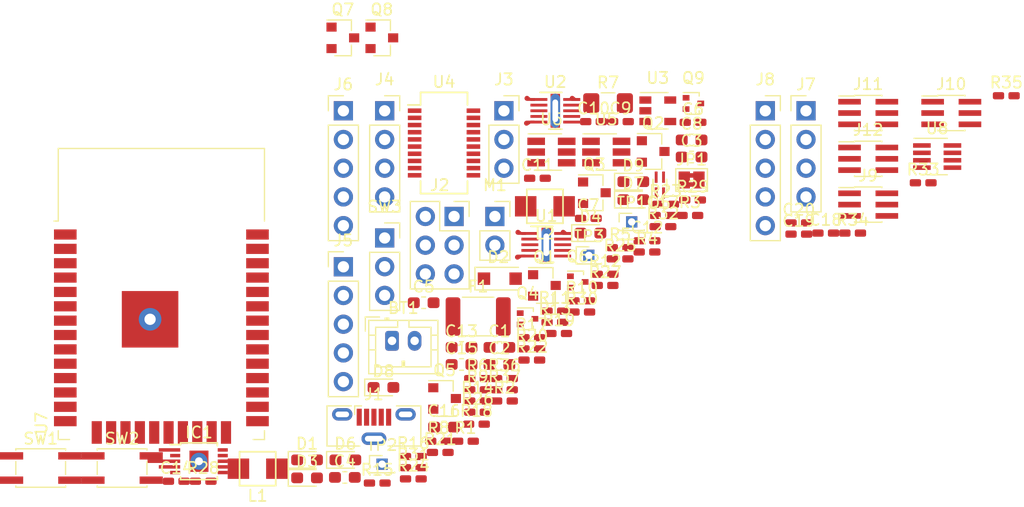
<source format=kicad_pcb>
(kicad_pcb (version 20171130) (host pcbnew "(5.0.2)-1")
  (layers (0 F.Cu signal) (31 B.Cu signal) (34 B.Paste user) (35 F.Paste user) (36 B.SilkS user) (37 F.SilkS user) (38 B.Mask user) (39 F.Mask user) (44 Edge.Cuts user))
  (net 0 "")
  (net 1 VBAT)
  (net 2 -BATT)
  (net 3 +BATT)
  (net 4 GND)
  (net 5 VBUS)
  (net 6 GNDD)
  (net 7 +5V)
  (net 8 +3V3)
  (net 9 ADC1_Batt)
  (net 10 "Net-(C11-Pad1)")
  (net 11 MD_VM)
  (net 12 EN)
  (net 13 "Net-(C19-Pad1)")
  (net 14 "Net-(C19-Pad2)")
  (net 15 "Net-(D1-Pad1)")
  (net 16 "Net-(D2-Pad1)")
  (net 17 "Net-(D3-Pad1)")
  (net 18 "Net-(D4-Pad1)")
  (net 19 "Net-(D5-Pad2)")
  (net 20 "Net-(D5-Pad4)")
  (net 21 "Net-(D5-Pad3)")
  (net 22 "Net-(D6-Pad1)")
  (net 23 "Net-(D7-Pad1)")
  (net 24 "Net-(D8-Pad1)")
  (net 25 "Net-(D9-Pad1)")
  (net 26 "Net-(F1-Pad2)")
  (net 27 "Net-(IC1-Pad3)")
  (net 28 I2C_SDA_5V)
  (net 29 "Net-(IC1-Pad1)")
  (net 30 FAULTn)
  (net 31 D+)
  (net 32 D-)
  (net 33 PWM0)
  (net 34 PWM1)
  (net 35 GPIO_5)
  (net 36 GPIO_18)
  (net 37 GPIO_19)
  (net 38 ESP32_RX)
  (net 39 ESP32_TX)
  (net 40 LED_RIGHT)
  (net 41 LED_BRAKE)
  (net 42 LED_LEFT)
  (net 43 I2C_SCL)
  (net 44 I2C_SDA)
  (net 45 SPI_CLK)
  (net 46 SPI_MOSI)
  (net 47 SPI_MISO)
  (net 48 "Net-(L1-Pad2)")
  (net 49 "Net-(L1-Pad1)")
  (net 50 "Net-(L2-Pad1)")
  (net 51 "Net-(L2-Pad2)")
  (net 52 RTS)
  (net 53 "Net-(Q1-Pad1)")
  (net 54 IO0)
  (net 55 DTR)
  (net 56 "Net-(Q2-Pad1)")
  (net 57 "Net-(Q4-Pad3)")
  (net 58 "Net-(Q5-Pad1)")
  (net 59 "Net-(Q6-Pad3)")
  (net 60 "Net-(Q9-Pad3)")
  (net 61 "Net-(R1-Pad1)")
  (net 62 "Net-(R7-Pad2)")
  (net 63 "Net-(R8-Pad2)")
  (net 64 UART_RX)
  (net 65 "Net-(R9-Pad1)")
  (net 66 "Net-(R11-Pad2)")
  (net 67 CBUS2)
  (net 68 CBUS1)
  (net 69 STAT)
  (net 70 "Net-(R32-Pad2)")
  (net 71 "Net-(R37-Pad2)")
  (net 72 UART_TX)
  (net 73 OC)
  (net 74 OD)
  (net 75 I2C_SCL_5V)
  (module Connector_JST:JST_PH_B2B-PH-K_1x02_P2.00mm_Vertical (layer F.Cu) (at 128.475001 109.975001)
    (fp_text reference BT1 (at 1 -2.9) (layer F.SilkS))
    (fp_text value LiPo)
    (pad 1 thru_hole roundrect (at 0 0) (size 1.2 1.75) (drill 0.75) (layers *.Cu *.Mask) (roundrect_rratio 0.208333) (net 1 VBAT))
    (pad 2 thru_hole oval (at 2 0) (size 1.2 1.75) (drill 0.75) (layers *.Cu *.Mask) (net 2 -BATT))
  )
  (module Capacitor_SMD:C_0603_1608Metric_Pad1.05x0.95mm_HandSolder (layer F.Cu) (at 137.975001 110.555001)
    (fp_text reference C1 (at 0 -1.43) (layer F.SilkS))
    (fp_text value 10u)
    (pad 1 smd roundrect (at -0.875 0) (size 1.05 0.95) (layers F.Cu F.Paste F.Mask) (net 3 +BATT))
    (pad 2 smd roundrect (at 0.875 0) (size 1.05 0.95) (layers F.Cu F.Paste F.Mask) (net 4 GND))
  )
  (module Capacitor_SMD:C_0603_1608Metric_Pad1.05x0.95mm_HandSolder (layer F.Cu) (at 137.975001 112.065001)
    (fp_text reference C2 (at 0 -1.43) (layer F.SilkS))
    (fp_text value 10u)
    (pad 1 smd roundrect (at -0.875 0) (size 1.05 0.95) (layers F.Cu F.Paste F.Mask) (net 3 +BATT))
    (pad 2 smd roundrect (at 0.875 0) (size 1.05 0.95) (layers F.Cu F.Paste F.Mask) (net 4 GND))
  )
  (module Capacitor_SMD:C_0603_1608Metric_Pad1.05x0.95mm_HandSolder (layer F.Cu) (at 154.975001 93.715001)
    (fp_text reference C3 (at 0 -1.43) (layer F.SilkS))
    (fp_text value 10u)
    (pad 2 smd roundrect (at 0.875 0) (size 1.05 0.95) (layers F.Cu F.Paste F.Mask) (net 4 GND))
    (pad 1 smd roundrect (at -0.875 0) (size 1.05 0.95) (layers F.Cu F.Paste F.Mask) (net 5 VBUS))
  )
  (module Capacitor_SMD:C_0603_1608Metric_Pad1.05x0.95mm_HandSolder (layer F.Cu) (at 124.305001 122.055001)
    (fp_text reference C4 (at 0 -1.43) (layer F.SilkS))
    (fp_text value 10u)
    (pad 2 smd roundrect (at 0.875 0) (size 1.05 0.95) (layers F.Cu F.Paste F.Mask) (net 6 GNDD))
    (pad 1 smd roundrect (at -0.875 0) (size 1.05 0.95) (layers F.Cu F.Paste F.Mask) (net 7 +5V))
  )
  (module Capacitor_SMD:C_0603_1608Metric_Pad1.05x0.95mm_HandSolder (layer F.Cu) (at 131.275001 106.605001)
    (fp_text reference C5 (at 0 -1.43) (layer F.SilkS))
    (fp_text value 10u)
    (pad 2 smd roundrect (at 0.875 0) (size 1.05 0.95) (layers F.Cu F.Paste F.Mask) (net 6 GNDD))
    (pad 1 smd roundrect (at -0.875 0) (size 1.05 0.95) (layers F.Cu F.Paste F.Mask) (net 8 +3V3))
  )
  (module micelib:C_0402_1005Metric_HandSoldering (layer F.Cu) (at 155.1 90.645001)
    (fp_text reference C6 (at 0 -1.17) (layer F.SilkS))
    (fp_text value 4.7u)
    (pad 2 smd roundrect (at 0.69 0) (size 1 0.64) (layers F.Cu F.Paste F.Mask) (net 4 GND))
    (pad 1 smd roundrect (at -0.69 0) (size 1 0.64) (layers F.Cu F.Paste F.Mask) (net 1 VBAT))
  )
  (module micelib:C_0402_1005Metric_HandSoldering (layer F.Cu) (at 145.84 99.145001)
    (fp_text reference C7 (at 0 -1.17) (layer F.SilkS))
    (fp_text value 0.1u)
    (pad 1 smd roundrect (at -0.69 0) (size 1 0.64) (layers F.Cu F.Paste F.Mask) (net 8 +3V3))
    (pad 2 smd roundrect (at 0.69 0) (size 1 0.64) (layers F.Cu F.Paste F.Mask) (net 6 GNDD))
  )
  (module Capacitor_SMD:C_0603_1608Metric_Pad1.05x0.95mm_HandSolder (layer F.Cu) (at 154.975001 92.205001)
    (fp_text reference C8 (at 0 -1.43) (layer F.SilkS))
    (fp_text value 10u)
    (pad 1 smd roundrect (at -0.875 0) (size 1.05 0.95) (layers F.Cu F.Paste F.Mask) (net 7 +5V))
    (pad 2 smd roundrect (at 0.875 0) (size 1.05 0.95) (layers F.Cu F.Paste F.Mask) (net 6 GNDD))
  )
  (module micelib:C_0402_1005Metric_HandSoldering (layer F.Cu) (at 148.68 90.585001)
    (fp_text reference C9 (at 0 -1.17) (layer F.SilkS))
    (fp_text value 0.1u)
    (pad 1 smd roundrect (at -0.69 0) (size 1 0.64) (layers F.Cu F.Paste F.Mask) (net 6 GNDD))
    (pad 2 smd roundrect (at 0.69 0) (size 1 0.64) (layers F.Cu F.Paste F.Mask) (net 7 +5V))
  )
  (module micelib:C_0402_1005Metric_HandSoldering (layer F.Cu) (at 146.3 90.585001)
    (fp_text reference C10 (at 0 -1.17) (layer F.SilkS))
    (fp_text value 0.1u)
    (pad 2 smd roundrect (at 0.69 0) (size 1 0.64) (layers F.Cu F.Paste F.Mask) (net 2 -BATT))
    (pad 1 smd roundrect (at -0.69 0) (size 1 0.64) (layers F.Cu F.Paste F.Mask) (net 9 ADC1_Batt))
  )
  (module micelib:C_0402_1005Metric_HandSoldering (layer F.Cu) (at 141.34 95.595001)
    (fp_text reference C11 (at 0 -1.17) (layer F.SilkS))
    (fp_text value 0.1u)
    (pad 1 smd roundrect (at -0.69 0) (size 1 0.64) (layers F.Cu F.Paste F.Mask) (net 10 "Net-(C11-Pad1)"))
    (pad 2 smd roundrect (at 0.69 0) (size 1 0.64) (layers F.Cu F.Paste F.Mask) (net 2 -BATT))
  )
  (module micelib:C_0402_1005Metric_HandSoldering (layer F.Cu) (at 151.03 101.125001)
    (fp_text reference C12 (at 0 -1.17) (layer F.SilkS))
    (fp_text value 0.1u)
    (pad 1 smd roundrect (at -0.69 0) (size 1 0.64) (layers F.Cu F.Paste F.Mask) (net 4 GND))
    (pad 2 smd roundrect (at 0.69 0) (size 1 0.64) (layers F.Cu F.Paste F.Mask) (net 11 MD_VM))
  )
  (module Capacitor_SMD:C_0603_1608Metric_Pad1.05x0.95mm_HandSolder (layer F.Cu) (at 134.625001 110.555001)
    (fp_text reference C13 (at 0 -1.43) (layer F.SilkS))
    (fp_text value 10u)
    (pad 2 smd roundrect (at 0.875 0) (size 1.05 0.95) (layers F.Cu F.Paste F.Mask) (net 11 MD_VM))
    (pad 1 smd roundrect (at -0.875 0) (size 1.05 0.95) (layers F.Cu F.Paste F.Mask) (net 4 GND))
  )
  (module micelib:C_0402_1005Metric_HandSoldering (layer F.Cu) (at 109.39 122.395001)
    (fp_text reference C14 (at 0 -1.17) (layer F.SilkS))
    (fp_text value 0.1u)
    (pad 1 smd roundrect (at -0.69 0) (size 1 0.64) (layers F.Cu F.Paste F.Mask) (net 12 EN))
    (pad 2 smd roundrect (at 0.69 0) (size 1 0.64) (layers F.Cu F.Paste F.Mask) (net 6 GNDD))
  )
  (module Capacitor_SMD:C_0603_1608Metric_Pad1.05x0.95mm_HandSolder (layer F.Cu) (at 134.625001 112.065001)
    (fp_text reference C15 (at 0 -1.43) (layer F.SilkS))
    (fp_text value 10u)
    (pad 1 smd roundrect (at -0.875 0) (size 1.05 0.95) (layers F.Cu F.Paste F.Mask) (net 8 +3V3))
    (pad 2 smd roundrect (at 0.875 0) (size 1.05 0.95) (layers F.Cu F.Paste F.Mask) (net 6 GNDD))
  )
  (module Capacitor_SMD:C_0603_1608Metric_Pad1.05x0.95mm_HandSolder (layer F.Cu) (at 133.075001 117.605001)
    (fp_text reference C16 (at 0 -1.43) (layer F.SilkS))
    (fp_text value 10u)
    (pad 1 smd roundrect (at -0.875 0) (size 1.05 0.95) (layers F.Cu F.Paste F.Mask) (net 4 GND))
    (pad 2 smd roundrect (at 0.875 0) (size 1.05 0.95) (layers F.Cu F.Paste F.Mask) (net 8 +3V3))
  )
  (module micelib:C_0402_1005Metric_HandSoldering (layer F.Cu) (at 152.44 98.885001)
    (fp_text reference C17 (at 0 -1.17) (layer F.SilkS))
    (fp_text value 0.1u)
    (pad 1 smd roundrect (at -0.69 0) (size 1 0.64) (layers F.Cu F.Paste F.Mask) (net 8 +3V3))
    (pad 2 smd roundrect (at 0.69 0) (size 1 0.64) (layers F.Cu F.Paste F.Mask) (net 4 GND))
  )
  (module micelib:C_0402_1005Metric_HandSoldering (layer F.Cu) (at 166.84 100.445001)
    (fp_text reference C18 (at 0 -1.17) (layer F.SilkS))
    (fp_text value 0.1u)
    (pad 1 smd roundrect (at -0.69 0) (size 1 0.64) (layers F.Cu F.Paste F.Mask) (net 8 +3V3))
    (pad 2 smd roundrect (at 0.69 0) (size 1 0.64) (layers F.Cu F.Paste F.Mask) (net 6 GNDD))
  )
  (module micelib:C_0402_1005Metric_HandSoldering (layer F.Cu) (at 164.46 100.535001)
    (fp_text reference C19 (at 0 -1.17) (layer F.SilkS))
    (fp_text value 0.1u)
    (pad 1 smd roundrect (at -0.69 0) (size 1 0.64) (layers F.Cu F.Paste F.Mask) (net 13 "Net-(C19-Pad1)"))
    (pad 2 smd roundrect (at 0.69 0) (size 1 0.64) (layers F.Cu F.Paste F.Mask) (net 14 "Net-(C19-Pad2)"))
  )
  (module micelib:C_0402_1005Metric_HandSoldering (layer F.Cu) (at 164.46 99.545001)
    (fp_text reference C20 (at 0 -1.17) (layer F.SilkS))
    (fp_text value 0.1u)
    (pad 1 smd roundrect (at -0.69 0) (size 1 0.64) (layers F.Cu F.Paste F.Mask) (net 8 +3V3))
    (pad 2 smd roundrect (at 0.69 0) (size 1 0.64) (layers F.Cu F.Paste F.Mask) (net 6 GNDD))
  )
  (module LED_SMD:LED_0603_1608Metric_Pad1.05x0.95mm_HandSolder (layer F.Cu) (at 120.960001 120.505001)
    (fp_text reference D1 (at 0 -1.43) (layer F.SilkS))
    (fp_text value LED_Brake)
    (pad 1 smd roundrect (at -0.875 0) (size 1.05 0.95) (layers F.Cu F.Paste F.Mask) (net 15 "Net-(D1-Pad1)"))
    (pad 2 smd roundrect (at 0.875 0) (size 1.05 0.95) (layers F.Cu F.Paste F.Mask) (net 8 +3V3))
  )
  (module Diode_SMD:D_SOD-123F (layer F.Cu) (at 138.010001 104.475001)
    (fp_text reference D2 (at -0.127 -1.905) (layer F.SilkS))
    (fp_text value SS2040FL)
    (pad 1 smd rect (at -1.4 0) (size 1.1 1.1) (layers F.Cu F.Paste F.Mask) (net 16 "Net-(D2-Pad1)"))
    (pad 2 smd rect (at 1.4 0) (size 1.1 1.1) (layers F.Cu F.Paste F.Mask) (net 5 VBUS))
  )
  (module LED_SMD:LED_0603_1608Metric_Pad1.05x0.95mm_HandSolder (layer F.Cu) (at 120.960001 122.095001)
    (fp_text reference D3 (at 0 -1.43) (layer F.SilkS))
    (fp_text value LED_Brake)
    (pad 1 smd roundrect (at -0.875 0) (size 1.05 0.95) (layers F.Cu F.Paste F.Mask) (net 17 "Net-(D3-Pad1)"))
    (pad 2 smd roundrect (at 0.875 0) (size 1.05 0.95) (layers F.Cu F.Paste F.Mask) (net 8 +3V3))
  )
  (module LED_SMD:LED_0603_1608Metric_Pad1.05x0.95mm_HandSolder (layer F.Cu) (at 146.030001 100.445001)
    (fp_text reference D4 (at 0 -1.43) (layer F.SilkS))
    (fp_text value LED_5V)
    (pad 1 smd roundrect (at -0.875 0) (size 1.05 0.95) (layers F.Cu F.Paste F.Mask) (net 18 "Net-(D4-Pad1)"))
    (pad 2 smd roundrect (at 0.875 0) (size 1.05 0.95) (layers F.Cu F.Paste F.Mask) (net 7 +5V))
  )
  (module micelib:LTSN-B32JEGBB6 (layer F.Cu) (at 152.165001 96.2)
    (fp_text reference D5 (at 0 1.6) (layer F.SilkS))
    (fp_text value LTSN-B32JEGBB6)
    (pad 1 smd rect (at -0.325 -0.325) (size 0.25 1) (drill (offset 0 -0.375)) (layers F.Cu F.Paste F.Mask) (net 8 +3V3))
    (pad 2 smd rect (at -0.325 0.325) (size 0.25 1) (drill (offset 0 0.375)) (layers F.Cu F.Paste F.Mask) (net 19 "Net-(D5-Pad2)"))
    (pad 4 smd rect (at 0.325 -0.325) (size 0.25 1) (drill (offset 0 -0.375)) (layers F.Cu F.Paste F.Mask) (net 20 "Net-(D5-Pad4)"))
    (pad 3 smd rect (at 0.325 0.325) (size 0.25 1) (drill (offset 0 0.375)) (layers F.Cu F.Paste F.Mask) (net 21 "Net-(D5-Pad3)"))
  )
  (module LED_SMD:LED_0603_1608Metric_Pad1.05x0.95mm_HandSolder (layer F.Cu) (at 124.350001 120.505001)
    (fp_text reference D6 (at 0 -1.43) (layer F.SilkS))
    (fp_text value LED_Right)
    (pad 2 smd roundrect (at 0.875 0) (size 1.05 0.95) (layers F.Cu F.Paste F.Mask) (net 8 +3V3))
    (pad 1 smd roundrect (at -0.875 0) (size 1.05 0.95) (layers F.Cu F.Paste F.Mask) (net 22 "Net-(D6-Pad1)"))
  )
  (module LED_SMD:LED_0603_1608Metric_Pad1.05x0.95mm_HandSolder (layer F.Cu) (at 149.820001 97.485001)
    (fp_text reference D7 (at 0 -1.43) (layer F.SilkS))
    (fp_text value LED_MD)
    (pad 2 smd roundrect (at 0.875 0) (size 1.05 0.95) (layers F.Cu F.Paste F.Mask) (net 7 +5V))
    (pad 1 smd roundrect (at -0.875 0) (size 1.05 0.95) (layers F.Cu F.Paste F.Mask) (net 23 "Net-(D7-Pad1)"))
  )
  (module LED_SMD:LED_0603_1608Metric_Pad1.05x0.95mm_HandSolder (layer F.Cu) (at 127.720001 114.095001)
    (fp_text reference D8 (at 0 -1.43) (layer F.SilkS))
    (fp_text value LED_Charge)
    (pad 1 smd roundrect (at -0.875 0) (size 1.05 0.95) (layers F.Cu F.Paste F.Mask) (net 24 "Net-(D8-Pad1)"))
    (pad 2 smd roundrect (at 0.875 0) (size 1.05 0.95) (layers F.Cu F.Paste F.Mask) (net 5 VBUS))
  )
  (module LED_SMD:LED_0603_1608Metric_Pad1.05x0.95mm_HandSolder (layer F.Cu) (at 149.820001 95.895001)
    (fp_text reference D9 (at 0 -1.43) (layer F.SilkS))
    (fp_text value LED_Left)
    (pad 2 smd roundrect (at 0.875 0) (size 1.05 0.95) (layers F.Cu F.Paste F.Mask) (net 8 +3V3))
    (pad 1 smd roundrect (at -0.875 0) (size 1.05 0.95) (layers F.Cu F.Paste F.Mask) (net 25 "Net-(D9-Pad1)"))
  )
  (module Resistor_SMD:R_1812_4532Metric_Pad1.30x3.40mm_HandSolder (layer F.Cu) (at 136.095001 107.825001)
    (fp_text reference F1 (at 0 -2.65) (layer F.SilkS))
    (fp_text value SMD1812P125TS)
    (pad 1 smd roundrect (at -2.225 0) (size 1.3 3.4) (layers F.Cu F.Paste F.Mask) (roundrect_rratio 0.192308) (net 16 "Net-(D2-Pad1)"))
    (pad 2 smd roundrect (at 2.225 0) (size 1.3 3.4) (layers F.Cu F.Paste F.Mask) (roundrect_rratio 0.192308) (net 26 "Net-(F1-Pad2)"))
  )
  (module Connector_USB:USB_Micro-B_Molex-105133-0001 (layer F.Cu) (at 126.875001 117.555001)
    (fp_text reference J1 (at 0 -2.85) (layer F.SilkS))
    (fp_text value USB_B_Micro)
    (pad 3 smd rect (at 0 -0.825) (size 0.45 1.5) (layers F.Cu F.Paste F.Mask) (net 31 D+))
    (pad 4 smd rect (at 0.65 -0.825) (size 0.45 1.5) (layers F.Cu F.Paste F.Mask))
    (pad 2 smd rect (at -0.65 -0.825) (size 0.45 1.5) (layers F.Cu F.Paste F.Mask) (net 32 D-))
    (pad 5 smd rect (at 1.3 -0.825) (size 0.45 1.5) (layers F.Cu F.Paste F.Mask) (net 4 GND))
    (pad 1 smd rect (at -1.3 -0.825) (size 0.45 1.5) (layers F.Cu F.Paste F.Mask) (net 5 VBUS))
    (pad 6 thru_hole oval (at -2.8 -1.075) (size 1.8 1.1) (drill oval 1.2 0.5) (layers *.Cu *.Mask) (net 4 GND))
    (pad 6 thru_hole oval (at 2.8 -1.075) (size 1.8 1.1) (drill oval 1.2 0.5) (layers *.Cu *.Mask) (net 4 GND))
    (pad 6 thru_hole oval (at 0 1.075) (size 2.2 1.1) (drill oval 1.6 0.5) (layers *.Cu *.Mask) (net 4 GND))
  )
  (module Connector_PinSocket_2.54mm:PinSocket_2x03_P2.54mm_Vertical (layer F.Cu) (at 133.965001 98.975001)
    (fp_text reference J2 (at -1.27 -2.77) (layer F.SilkS))
    (fp_text value Conn_PWM)
    (pad 1 thru_hole rect (at 0 0) (size 1.7 1.7) (drill 1) (layers *.Cu *.Mask) (net 33 PWM0))
    (pad 2 thru_hole oval (at -2.54 0) (size 1.7 1.7) (drill 1) (layers *.Cu *.Mask) (net 34 PWM1))
    (pad 3 thru_hole oval (at 0 2.54) (size 1.7 1.7) (drill 1) (layers *.Cu *.Mask) (net 7 +5V))
    (pad 4 thru_hole oval (at -2.54 2.54) (size 1.7 1.7) (drill 1) (layers *.Cu *.Mask) (net 7 +5V))
    (pad 5 thru_hole oval (at 0 5.08) (size 1.7 1.7) (drill 1) (layers *.Cu *.Mask) (net 6 GNDD))
    (pad 6 thru_hole oval (at -2.54 5.08) (size 1.7 1.7) (drill 1) (layers *.Cu *.Mask) (net 6 GNDD))
  )
  (module Connector_PinSocket_2.54mm:PinSocket_1x03_P2.54mm_Vertical (layer F.Cu) (at 138.375001 89.625001)
    (fp_text reference J3 (at 0 -2.77) (layer F.SilkS))
    (fp_text value Conn_GPIO)
    (pad 1 thru_hole rect (at 0 0) (size 1.7 1.7) (drill 1) (layers *.Cu *.Mask) (net 35 GPIO_5))
    (pad 2 thru_hole oval (at 0 2.54) (size 1.7 1.7) (drill 1) (layers *.Cu *.Mask) (net 36 GPIO_18))
    (pad 3 thru_hole oval (at 0 5.08) (size 1.7 1.7) (drill 1) (layers *.Cu *.Mask) (net 37 GPIO_19))
  )
  (module Connector_PinSocket_2.54mm:PinSocket_1x04_P2.54mm_Vertical (layer F.Cu) (at 127.825001 89.625001)
    (fp_text reference J4 (at 0 -2.77) (layer F.SilkS))
    (fp_text value Conn_M5StickV)
    (pad 1 thru_hole rect (at 0 0) (size 1.7 1.7) (drill 1) (layers *.Cu *.Mask) (net 6 GNDD))
    (pad 2 thru_hole oval (at 0 2.54) (size 1.7 1.7) (drill 1) (layers *.Cu *.Mask) (net 7 +5V))
    (pad 3 thru_hole oval (at 0 5.08) (size 1.7 1.7) (drill 1) (layers *.Cu *.Mask) (net 38 ESP32_RX))
    (pad 4 thru_hole oval (at 0 7.62) (size 1.7 1.7) (drill 1) (layers *.Cu *.Mask) (net 39 ESP32_TX))
  )
  (module Connector_PinHeader_2.54mm:PinHeader_1x05_P2.54mm_Vertical (layer F.Cu) (at 124.175001 103.425001)
    (fp_text reference J5 (at 0 -2.33) (layer F.SilkS))
    (fp_text value Conn_Tale)
    (pad 5 thru_hole oval (at 0 10.16) (size 1.7 1.7) (drill 1) (layers *.Cu *.Mask) (net 6 GNDD))
    (pad 4 thru_hole oval (at 0 7.62) (size 1.7 1.7) (drill 1) (layers *.Cu *.Mask) (net 8 +3V3))
    (pad 3 thru_hole oval (at 0 5.08) (size 1.7 1.7) (drill 1) (layers *.Cu *.Mask) (net 40 LED_RIGHT))
    (pad 2 thru_hole oval (at 0 2.54) (size 1.7 1.7) (drill 1) (layers *.Cu *.Mask) (net 41 LED_BRAKE))
    (pad 1 thru_hole rect (at 0 0) (size 1.7 1.7) (drill 1) (layers *.Cu *.Mask) (net 42 LED_LEFT))
  )
  (module Connector_PinHeader_2.54mm:PinHeader_1x05_P2.54mm_Vertical (layer F.Cu) (at 124.175001 89.625001)
    (fp_text reference J6 (at 0 -2.33) (layer F.SilkS))
    (fp_text value Conn_Tale)
    (pad 1 thru_hole rect (at 0 0) (size 1.7 1.7) (drill 1) (layers *.Cu *.Mask) (net 42 LED_LEFT))
    (pad 2 thru_hole oval (at 0 2.54) (size 1.7 1.7) (drill 1) (layers *.Cu *.Mask) (net 41 LED_BRAKE))
    (pad 3 thru_hole oval (at 0 5.08) (size 1.7 1.7) (drill 1) (layers *.Cu *.Mask) (net 40 LED_RIGHT))
    (pad 4 thru_hole oval (at 0 7.62) (size 1.7 1.7) (drill 1) (layers *.Cu *.Mask) (net 8 +3V3))
    (pad 5 thru_hole oval (at 0 10.16) (size 1.7 1.7) (drill 1) (layers *.Cu *.Mask) (net 6 GNDD))
  )
  (module Connector_PinHeader_2.54mm:PinHeader_1x04_P2.54mm_Vertical (layer F.Cu) (at 165.095001 89.625001)
    (fp_text reference J7 (at 0 -2.33) (layer F.SilkS))
    (fp_text value Conn_I2C)
    (pad 1 thru_hole rect (at 0 0) (size 1.7 1.7) (drill 1) (layers *.Cu *.Mask) (net 43 I2C_SCL))
    (pad 2 thru_hole oval (at 0 2.54) (size 1.7 1.7) (drill 1) (layers *.Cu *.Mask) (net 44 I2C_SDA))
    (pad 3 thru_hole oval (at 0 5.08) (size 1.7 1.7) (drill 1) (layers *.Cu *.Mask) (net 8 +3V3))
    (pad 4 thru_hole oval (at 0 7.62) (size 1.7 1.7) (drill 1) (layers *.Cu *.Mask) (net 6 GNDD))
  )
  (module Connector_PinSocket_2.54mm:PinSocket_1x05_P2.54mm_Vertical (layer F.Cu) (at 161.495001 89.625001)
    (fp_text reference J8 (at 0 -2.77) (layer F.SilkS))
    (fp_text value Conn_SPI)
    (pad 1 thru_hole rect (at 0 0) (size 1.7 1.7) (drill 1) (layers *.Cu *.Mask) (net 45 SPI_CLK))
    (pad 2 thru_hole oval (at 0 2.54) (size 1.7 1.7) (drill 1) (layers *.Cu *.Mask) (net 46 SPI_MOSI))
    (pad 3 thru_hole oval (at 0 5.08) (size 1.7 1.7) (drill 1) (layers *.Cu *.Mask) (net 47 SPI_MISO))
    (pad 4 thru_hole oval (at 0 7.62) (size 1.7 1.7) (drill 1) (layers *.Cu *.Mask) (net 8 +3V3))
    (pad 5 thru_hole oval (at 0 10.16) (size 1.7 1.7) (drill 1) (layers *.Cu *.Mask) (net 6 GNDD))
  )
  (module Connector_PinHeader_1.00mm:PinHeader_2x03_P1.00mm_Vertical_SMD (layer F.Cu) (at 170.595001 97.925001)
    (fp_text reference J9 (at 0 -2.56) (layer F.SilkS))
    (fp_text value Conn__I2CBridge)
    (pad 6 smd rect (at 1.65 1) (size 2 0.5) (layers F.Cu F.Paste F.Mask))
    (pad 5 smd rect (at -1.65 1) (size 2 0.5) (layers F.Cu F.Paste F.Mask))
    (pad 4 smd rect (at 1.65 0) (size 2 0.5) (layers F.Cu F.Paste F.Mask))
    (pad 3 smd rect (at -1.65 0) (size 2 0.5) (layers F.Cu F.Paste F.Mask))
    (pad 2 smd rect (at 1.65 -1) (size 2 0.5) (layers F.Cu F.Paste F.Mask) (net 44 I2C_SDA))
    (pad 1 smd rect (at -1.65 -1) (size 2 0.5) (layers F.Cu F.Paste F.Mask) (net 43 I2C_SCL))
  )
  (module Connector_PinHeader_1.00mm:PinHeader_2x03_P1.00mm_Vertical_SMD (layer F.Cu) (at 177.945001 89.825001)
    (fp_text reference J10 (at 0 -2.56) (layer F.SilkS))
    (fp_text value Conn_I2CBridge)
    (pad 1 smd rect (at -1.65 -1) (size 2 0.5) (layers F.Cu F.Paste F.Mask) (net 43 I2C_SCL))
    (pad 2 smd rect (at 1.65 -1) (size 2 0.5) (layers F.Cu F.Paste F.Mask) (net 44 I2C_SDA))
    (pad 3 smd rect (at -1.65 0) (size 2 0.5) (layers F.Cu F.Paste F.Mask))
    (pad 4 smd rect (at 1.65 0) (size 2 0.5) (layers F.Cu F.Paste F.Mask))
    (pad 5 smd rect (at -1.65 1) (size 2 0.5) (layers F.Cu F.Paste F.Mask))
    (pad 6 smd rect (at 1.65 1) (size 2 0.5) (layers F.Cu F.Paste F.Mask))
  )
  (module Connector_PinHeader_1.00mm:PinHeader_2x03_P1.00mm_Vertical_SMD (layer F.Cu) (at 170.595001 89.825001)
    (fp_text reference J11 (at 0 -2.56) (layer F.SilkS))
    (fp_text value Conn_PBridge)
    (pad 1 smd rect (at -1.65 -1) (size 2 0.5) (layers F.Cu F.Paste F.Mask) (net 6 GNDD))
    (pad 2 smd rect (at 1.65 -1) (size 2 0.5) (layers F.Cu F.Paste F.Mask) (net 5 VBUS))
    (pad 3 smd rect (at -1.65 0) (size 2 0.5) (layers F.Cu F.Paste F.Mask) (net 8 +3V3))
    (pad 4 smd rect (at 1.65 0) (size 2 0.5) (layers F.Cu F.Paste F.Mask) (net 7 +5V))
    (pad 5 smd rect (at -1.65 1) (size 2 0.5) (layers F.Cu F.Paste F.Mask) (net 9 ADC1_Batt))
    (pad 6 smd rect (at 1.65 1) (size 2 0.5) (layers F.Cu F.Paste F.Mask))
  )
  (module Connector_PinHeader_1.00mm:PinHeader_2x03_P1.00mm_Vertical_SMD (layer F.Cu) (at 170.595001 93.875001)
    (fp_text reference J12 (at 0 -2.56) (layer F.SilkS))
    (fp_text value Conn__PBridge)
    (pad 6 smd rect (at 1.65 1) (size 2 0.5) (layers F.Cu F.Paste F.Mask))
    (pad 5 smd rect (at -1.65 1) (size 2 0.5) (layers F.Cu F.Paste F.Mask) (net 9 ADC1_Batt))
    (pad 4 smd rect (at 1.65 0) (size 2 0.5) (layers F.Cu F.Paste F.Mask) (net 7 +5V))
    (pad 3 smd rect (at -1.65 0) (size 2 0.5) (layers F.Cu F.Paste F.Mask) (net 8 +3V3))
    (pad 2 smd rect (at 1.65 -1) (size 2 0.5) (layers F.Cu F.Paste F.Mask) (net 5 VBUS))
    (pad 1 smd rect (at -1.65 -1) (size 2 0.5) (layers F.Cu F.Paste F.Mask) (net 6 GNDD))
  )
  (module Jumper:SolderJumper-2_P1.3mm_Bridged2Bar_Pad1.0x1.5mm (layer F.Cu) (at 154.975001 95.745001)
    (fp_text reference JP1 (at 0 -1.8) (layer F.SilkS))
    (fp_text value Jumper)
    (pad 1 smd custom (at -0.65 0) (size 1 1.5) (layers F.Cu F.Mask) (net 4 GND) (options (clearance outline) (anchor rect)) (primitives (gr_poly (pts (xy 0.4 0.2) (xy 0.9 0.2) (xy 0.9 0.6) (xy 0.4 0.6)) (width 0)) (gr_poly (pts (xy 0.4 -0.6) (xy 0.9 -0.6) (xy 0.9 -0.2) (xy 0.4 -0.2)) (width 0))))
    (pad 2 smd rect (at 0.65 0) (size 1 1.5) (layers F.Cu F.Mask) (net 6 GNDD))
  )
  (module micelib:SPM3015-xRxM-LR (layer F.Cu) (at 116.59 121.285001)
    (fp_text reference L1 (at 0 2.4) (layer F.SilkS))
    (fp_text value 2.2u)
    (pad 2 smd rect (at 1.3 0) (size 1.9 1.8) (drill (offset 0.4 0)) (layers F.Cu F.Paste F.Mask) (net 48 "Net-(L1-Pad2)"))
    (pad 1 smd rect (at -1.3 0) (size 1.9 1.8) (drill (offset -0.4 0)) (layers F.Cu F.Paste F.Mask) (net 49 "Net-(L1-Pad1)"))
  )
  (module micelib:SPM3015-xRxM-LR (layer F.Cu) (at 142 98.075001)
    (fp_text reference L2 (at 0 2.4) (layer F.SilkS))
    (fp_text value 2.2u)
    (pad 1 smd rect (at -1.3 0) (size 1.9 1.8) (drill (offset -0.4 0)) (layers F.Cu F.Paste F.Mask) (net 50 "Net-(L2-Pad1)"))
    (pad 2 smd rect (at 1.3 0) (size 1.9 1.8) (drill (offset 0.4 0)) (layers F.Cu F.Paste F.Mask) (net 51 "Net-(L2-Pad2)"))
  )
  (module Connector_PinSocket_2.54mm:PinSocket_1x02_P2.54mm_Vertical (layer F.Cu) (at 137.575001 98.975001)
    (fp_text reference M1 (at 0 -2.77) (layer F.SilkS))
    (fp_text value M_Small)
    (pad 1 thru_hole rect (at 0 0) (size 1.7 1.7) (drill 1) (layers *.Cu *.Mask) (net 29 "Net-(IC1-Pad1)"))
    (pad 2 thru_hole oval (at 0 2.54) (size 1.7 1.7) (drill 1) (layers *.Cu *.Mask) (net 27 "Net-(IC1-Pad3)"))
  )
  (module Package_TO_SOT_SMD:SOT-23 (layer F.Cu) (at 141.955001 105.075001)
    (fp_text reference Q1 (at 0 -2.5) (layer F.SilkS))
    (fp_text value SS8050)
    (pad 3 smd rect (at 1 0) (size 0.9 0.8) (layers F.Cu F.Paste F.Mask) (net 12 EN))
    (pad 2 smd rect (at -1 0.95) (size 0.9 0.8) (layers F.Cu F.Paste F.Mask) (net 52 RTS))
    (pad 1 smd rect (at -1 -0.95) (size 0.9 0.8) (layers F.Cu F.Paste F.Mask) (net 53 "Net-(Q1-Pad1)"))
  )
  (module Package_TO_SOT_SMD:SOT-23 (layer F.Cu) (at 151.575001 93.225001)
    (fp_text reference Q2 (at 0 -2.5) (layer F.SilkS))
    (fp_text value SS8050)
    (pad 3 smd rect (at 1 0) (size 0.9 0.8) (layers F.Cu F.Paste F.Mask) (net 54 IO0))
    (pad 2 smd rect (at -1 0.95) (size 0.9 0.8) (layers F.Cu F.Paste F.Mask) (net 55 DTR))
    (pad 1 smd rect (at -1 -0.95) (size 0.9 0.8) (layers F.Cu F.Paste F.Mask) (net 56 "Net-(Q2-Pad1)"))
  )
  (module Package_TO_SOT_SMD:SOT-23 (layer F.Cu) (at 146.375001 96.875001)
    (fp_text reference Q3 (at 0 -2.5) (layer F.SilkS))
    (fp_text value IRLML6402)
    (pad 1 smd rect (at -1 -0.95) (size 0.9 0.8) (layers F.Cu F.Paste F.Mask) (net 5 VBUS))
    (pad 2 smd rect (at -1 0.95) (size 0.9 0.8) (layers F.Cu F.Paste F.Mask) (net 16 "Net-(D2-Pad1)"))
    (pad 3 smd rect (at 1 0) (size 0.9 0.8) (layers F.Cu F.Paste F.Mask) (net 1 VBAT))
  )
  (module Package_TO_SOT_SMD:SOT-416 (layer F.Cu) (at 140.465001 108.025001)
    (fp_text reference Q4 (at 0 -2.25) (layer F.SilkS))
    (fp_text value PJE260N02)
    (pad 3 smd rect (at 0.65 0) (size 0.6 0.5) (layers F.Cu F.Paste F.Mask) (net 57 "Net-(Q4-Pad3)"))
    (pad 2 smd rect (at -0.65 0.5) (size 0.6 0.5) (layers F.Cu F.Paste F.Mask) (net 6 GNDD))
    (pad 1 smd rect (at -0.65 -0.5) (size 0.6 0.5) (layers F.Cu F.Paste F.Mask) (net 41 LED_BRAKE))
  )
  (module Package_TO_SOT_SMD:SOT-23 (layer F.Cu) (at 133.125001 115.075001)
    (fp_text reference Q5 (at 0 -2.5) (layer F.SilkS))
    (fp_text value IRLML6402)
    (pad 1 smd rect (at -1 -0.95) (size 0.9 0.8) (layers F.Cu F.Paste F.Mask) (net 58 "Net-(Q5-Pad1)"))
    (pad 2 smd rect (at -1 0.95) (size 0.9 0.8) (layers F.Cu F.Paste F.Mask) (net 26 "Net-(F1-Pad2)"))
    (pad 3 smd rect (at 1 0) (size 0.9 0.8) (layers F.Cu F.Paste F.Mask) (net 3 +BATT))
  )
  (module Package_TO_SOT_SMD:SOT-416 (layer F.Cu) (at 144.905001 104.765001)
    (fp_text reference Q6 (at 0 -2.25) (layer F.SilkS))
    (fp_text value PJE260N02)
    (pad 1 smd rect (at -0.65 -0.5) (size 0.6 0.5) (layers F.Cu F.Paste F.Mask) (net 40 LED_RIGHT))
    (pad 2 smd rect (at -0.65 0.5) (size 0.6 0.5) (layers F.Cu F.Paste F.Mask) (net 6 GNDD))
    (pad 3 smd rect (at 0.65 0) (size 0.6 0.5) (layers F.Cu F.Paste F.Mask) (net 59 "Net-(Q6-Pad3)"))
  )
  (module Package_TO_SOT_SMD:SOT-416 (layer F.Cu) (at 155.135001 88.975001)
    (fp_text reference Q9 (at 0 -2.25) (layer F.SilkS))
    (fp_text value PJE260N02)
    (pad 1 smd rect (at -0.65 -0.5) (size 0.6 0.5) (layers F.Cu F.Paste F.Mask) (net 42 LED_LEFT))
    (pad 2 smd rect (at -0.65 0.5) (size 0.6 0.5) (layers F.Cu F.Paste F.Mask) (net 6 GNDD))
    (pad 3 smd rect (at 0.65 0) (size 0.6 0.5) (layers F.Cu F.Paste F.Mask) (net 60 "Net-(Q9-Pad3)"))
  )
  (module micelib:C_0402_1005Metric_HandSoldering (layer F.Cu) (at 134.97 118.855001)
    (fp_text reference R1 (at 0 -1.17) (layer F.SilkS))
    (fp_text value 10k)
    (pad 2 smd roundrect (at 0.69 0) (size 1 0.64) (layers F.Cu F.Paste F.Mask) (net 4 GND))
    (pad 1 smd roundrect (at -0.69 0) (size 1 0.64) (layers F.Cu F.Paste F.Mask) (net 61 "Net-(R1-Pad1)"))
  )
  (module micelib:C_0402_1005Metric_HandSoldering (layer F.Cu) (at 138.42 115.295001)
    (fp_text reference R2 (at 0 -1.17) (layer F.SilkS))
    (fp_text value 10k)
    (pad 2 smd roundrect (at 0.69 0) (size 1 0.64) (layers F.Cu F.Paste F.Mask) (net 9 ADC1_Batt))
    (pad 1 smd roundrect (at -0.69 0) (size 1 0.64) (layers F.Cu F.Paste F.Mask) (net 1 VBAT))
  )
  (module micelib:C_0402_1005Metric_HandSoldering (layer F.Cu) (at 154.82 98.885001)
    (fp_text reference R3 (at 0 -1.17) (layer F.SilkS))
    (fp_text value 10k)
    (pad 2 smd roundrect (at 0.69 0) (size 1 0.64) (layers F.Cu F.Paste F.Mask) (net 2 -BATT))
    (pad 1 smd roundrect (at -0.69 0) (size 1 0.64) (layers F.Cu F.Paste F.Mask) (net 9 ADC1_Batt))
  )
  (module micelib:C_0402_1005Metric_HandSoldering (layer F.Cu) (at 151.03 102.115001)
    (fp_text reference R4 (at 0 -1.17) (layer F.SilkS))
    (fp_text value 100)
    (pad 2 smd roundrect (at 0.69 0) (size 1 0.64) (layers F.Cu F.Paste F.Mask) (net 1 VBAT))
    (pad 1 smd roundrect (at -0.69 0) (size 1 0.64) (layers F.Cu F.Paste F.Mask) (net 10 "Net-(C11-Pad1)"))
  )
  (module micelib:C_0402_1005Metric_HandSoldering (layer F.Cu) (at 148.65 101.735001)
    (fp_text reference R5 (at 0 -1.17) (layer F.SilkS))
    (fp_text value 10k)
    (pad 2 smd roundrect (at 0.69 0) (size 1 0.64) (layers F.Cu F.Paste F.Mask) (net 55 DTR))
    (pad 1 smd roundrect (at -0.69 0) (size 1 0.64) (layers F.Cu F.Paste F.Mask) (net 53 "Net-(Q1-Pad1)"))
  )
  (module micelib:C_0402_1005Metric_HandSoldering (layer F.Cu) (at 136.04 113.315001)
    (fp_text reference R6 (at 0 -1.17) (layer F.SilkS))
    (fp_text value 10k)
    (pad 1 smd roundrect (at -0.69 0) (size 1 0.64) (layers F.Cu F.Paste F.Mask) (net 56 "Net-(Q2-Pad1)"))
    (pad 2 smd roundrect (at 0.69 0) (size 1 0.64) (layers F.Cu F.Paste F.Mask) (net 52 RTS))
  )
  (module Resistor_SMD:R_1206_3216Metric_Pad1.42x1.75mm_HandSolder (layer F.Cu) (at 147.585001 88.945001)
    (fp_text reference R7 (at 0 -1.82) (layer F.SilkS))
    (fp_text value 0.1)
    (pad 1 smd roundrect (at -1.4875 0) (size 1.425 1.75) (layers F.Cu F.Paste F.Mask) (roundrect_rratio 0.175439) (net 4 GND))
    (pad 2 smd roundrect (at 1.4875 0) (size 1.425 1.75) (layers F.Cu F.Paste F.Mask) (roundrect_rratio 0.175439) (net 62 "Net-(R7-Pad2)"))
  )
  (module micelib:C_0402_1005Metric_HandSoldering (layer F.Cu) (at 132.59 118.855001)
    (fp_text reference R8 (at 0 -1.17) (layer F.SilkS))
    (fp_text value 470)
    (pad 2 smd roundrect (at 0.69 0) (size 1 0.64) (layers F.Cu F.Paste F.Mask) (net 63 "Net-(R8-Pad2)"))
    (pad 1 smd roundrect (at -0.69 0) (size 1 0.64) (layers F.Cu F.Paste F.Mask) (net 64 UART_RX))
  )
  (module micelib:C_0402_1005Metric_HandSoldering (layer F.Cu) (at 136.04 114.305001)
    (fp_text reference R9 (at 0 -1.17) (layer F.SilkS))
    (fp_text value 1k)
    (pad 1 smd roundrect (at -0.69 0) (size 1 0.64) (layers F.Cu F.Paste F.Mask) (net 65 "Net-(R9-Pad1)"))
    (pad 2 smd roundrect (at 0.69 0) (size 1 0.64) (layers F.Cu F.Paste F.Mask) (net 4 GND))
  )
  (module micelib:C_0402_1005Metric_HandSoldering (layer F.Cu) (at 145.26 106.435001)
    (fp_text reference R10 (at 0 -1.17) (layer F.SilkS))
    (fp_text value 100k)
    (pad 2 smd roundrect (at 0.69 0) (size 1 0.64) (layers F.Cu F.Paste F.Mask) (net 4 GND))
    (pad 1 smd roundrect (at -0.69 0) (size 1 0.64) (layers F.Cu F.Paste F.Mask) (net 5 VBUS))
  )
  (module micelib:C_0402_1005Metric_HandSoldering (layer F.Cu) (at 142.88 107.345001)
    (fp_text reference R11 (at 0 -1.17) (layer F.SilkS))
    (fp_text value 47)
    (pad 1 smd roundrect (at -0.69 0) (size 1 0.64) (layers F.Cu F.Paste F.Mask) (net 58 "Net-(Q5-Pad1)"))
    (pad 2 smd roundrect (at 0.69 0) (size 1 0.64) (layers F.Cu F.Paste F.Mask) (net 66 "Net-(R11-Pad2)"))
  )
  (module micelib:C_0402_1005Metric_HandSoldering (layer F.Cu) (at 147.32 104.085001)
    (fp_text reference R12 (at 0 -1.17) (layer F.SilkS))
    (fp_text value 1k)
    (pad 1 smd roundrect (at -0.69 0) (size 1 0.64) (layers F.Cu F.Paste F.Mask) (net 15 "Net-(D1-Pad1)"))
    (pad 2 smd roundrect (at 0.69 0) (size 1 0.64) (layers F.Cu F.Paste F.Mask) (net 57 "Net-(Q4-Pad3)"))
  )
  (module micelib:C_0402_1005Metric_HandSoldering (layer F.Cu) (at 142.88 108.335001)
    (fp_text reference R13 (at 0 -1.17) (layer F.SilkS))
    (fp_text value 10k)
    (pad 2 smd roundrect (at 0.69 0) (size 1 0.64) (layers F.Cu F.Paste F.Mask) (net 58 "Net-(Q5-Pad1)"))
    (pad 1 smd roundrect (at -0.69 0) (size 1 0.64) (layers F.Cu F.Paste F.Mask) (net 26 "Net-(F1-Pad2)"))
  )
  (module micelib:C_0402_1005Metric_HandSoldering (layer F.Cu) (at 136.04 115.295001)
    (fp_text reference R14 (at 0 -1.17) (layer F.SilkS))
    (fp_text value 1k)
    (pad 2 smd roundrect (at 0.69 0) (size 1 0.64) (layers F.Cu F.Paste F.Mask) (net 19 "Net-(D5-Pad2)"))
    (pad 1 smd roundrect (at -0.69 0) (size 1 0.64) (layers F.Cu F.Paste F.Mask) (net 67 CBUS2))
  )
  (module micelib:C_0402_1005Metric_HandSoldering (layer F.Cu) (at 127.17 122.555001)
    (fp_text reference R15 (at 0 -1.17) (layer F.SilkS))
    (fp_text value 1k)
    (pad 1 smd roundrect (at -0.69 0) (size 1 0.64) (layers F.Cu F.Paste F.Mask) (net 21 "Net-(D5-Pad3)"))
    (pad 2 smd roundrect (at 0.69 0) (size 1 0.64) (layers F.Cu F.Paste F.Mask) (net 6 GNDD))
  )
  (module micelib:C_0402_1005Metric_HandSoldering (layer F.Cu) (at 130.36 120.205001)
    (fp_text reference R16 (at 0 -1.17) (layer F.SilkS))
    (fp_text value 10k)
    (pad 1 smd roundrect (at -0.69 0) (size 1 0.64) (layers F.Cu F.Paste F.Mask) (net 41 LED_BRAKE))
    (pad 2 smd roundrect (at 0.69 0) (size 1 0.64) (layers F.Cu F.Paste F.Mask) (net 6 GNDD))
  )
  (module micelib:C_0402_1005Metric_HandSoldering (layer F.Cu) (at 140.84 109.695001)
    (fp_text reference R17 (at 0 -1.17) (layer F.SilkS))
    (fp_text value 1k)
    (pad 2 smd roundrect (at 0.69 0) (size 1 0.64) (layers F.Cu F.Paste F.Mask) (net 57 "Net-(Q4-Pad3)"))
    (pad 1 smd roundrect (at -0.69 0) (size 1 0.64) (layers F.Cu F.Paste F.Mask) (net 17 "Net-(D3-Pad1)"))
  )
  (module micelib:C_0402_1005Metric_HandSoldering (layer F.Cu) (at 135.94 117.345001)
    (fp_text reference R18 (at 0 -1.17) (layer F.SilkS))
    (fp_text value 1k)
    (pad 1 smd roundrect (at -0.69 0) (size 1 0.64) (layers F.Cu F.Paste F.Mask) (net 18 "Net-(D4-Pad1)"))
    (pad 2 smd roundrect (at 0.69 0) (size 1 0.64) (layers F.Cu F.Paste F.Mask) (net 6 GNDD))
  )
  (module micelib:C_0402_1005Metric_HandSoldering (layer F.Cu) (at 143.22 109.325001)
    (fp_text reference R19 (at 0 -1.17) (layer F.SilkS))
    (fp_text value 1k)
    (pad 1 smd roundrect (at -0.69 0) (size 1 0.64) (layers F.Cu F.Paste F.Mask) (net 22 "Net-(D6-Pad1)"))
    (pad 2 smd roundrect (at 0.69 0) (size 1 0.64) (layers F.Cu F.Paste F.Mask) (net 59 "Net-(Q6-Pad3)"))
  )
  (module micelib:C_0402_1005Metric_HandSoldering (layer F.Cu) (at 140.84 110.685001)
    (fp_text reference R20 (at 0 -1.17) (layer F.SilkS))
    (fp_text value 1k)
    (pad 2 smd roundrect (at 0.69 0) (size 1 0.64) (layers F.Cu F.Paste F.Mask) (net 30 FAULTn))
    (pad 1 smd roundrect (at -0.69 0) (size 1 0.64) (layers F.Cu F.Paste F.Mask) (net 23 "Net-(D7-Pad1)"))
  )
  (module micelib:C_0402_1005Metric_HandSoldering (layer F.Cu) (at 132.74 119.845001)
    (fp_text reference R21 (at 0 -1.17) (layer F.SilkS))
    (fp_text value 1k)
    (pad 1 smd roundrect (at -0.69 0) (size 1 0.64) (layers F.Cu F.Paste F.Mask) (net 68 CBUS1))
    (pad 2 smd roundrect (at 0.69 0) (size 1 0.64) (layers F.Cu F.Paste F.Mask) (net 20 "Net-(D5-Pad4)"))
  )
  (module micelib:C_0402_1005Metric_HandSoldering (layer F.Cu) (at 140.84 111.675001)
    (fp_text reference R22 (at 0 -1.17) (layer F.SilkS))
    (fp_text value 10k)
    (pad 2 smd roundrect (at 0.69 0) (size 1 0.64) (layers F.Cu F.Paste F.Mask) (net 6 GNDD))
    (pad 1 smd roundrect (at -0.69 0) (size 1 0.64) (layers F.Cu F.Paste F.Mask) (net 40 LED_RIGHT))
  )
  (module micelib:C_0402_1005Metric_HandSoldering (layer F.Cu) (at 152.68 97.895001)
    (fp_text reference R23 (at 0 -1.17) (layer F.SilkS))
    (fp_text value 10k)
    (pad 1 smd roundrect (at -0.69 0) (size 1 0.64) (layers F.Cu F.Paste F.Mask) (net 42 LED_LEFT))
    (pad 2 smd roundrect (at 0.69 0) (size 1 0.64) (layers F.Cu F.Paste F.Mask) (net 6 GNDD))
  )
  (module micelib:C_0402_1005Metric_HandSoldering (layer F.Cu) (at 130.36 122.185001)
    (fp_text reference R24 (at 0 -1.17) (layer F.SilkS))
    (fp_text value 1k)
    (pad 1 smd roundrect (at -0.69 0) (size 1 0.64) (layers F.Cu F.Paste F.Mask) (net 24 "Net-(D8-Pad1)"))
    (pad 2 smd roundrect (at 0.69 0) (size 1 0.64) (layers F.Cu F.Paste F.Mask) (net 69 STAT))
  )
  (module micelib:C_0402_1005Metric_HandSoldering (layer F.Cu) (at 148.65 102.725001)
    (fp_text reference R25 (at 0 -1.17) (layer F.SilkS))
    (fp_text value 1k)
    (pad 2 smd roundrect (at 0.69 0) (size 1 0.64) (layers F.Cu F.Paste F.Mask) (net 60 "Net-(Q9-Pad3)"))
    (pad 1 smd roundrect (at -0.69 0) (size 1 0.64) (layers F.Cu F.Paste F.Mask) (net 25 "Net-(D9-Pad1)"))
  )
  (module micelib:C_0402_1005Metric_HandSoldering (layer F.Cu) (at 136.04 116.285001)
    (fp_text reference R26 (at 0 -1.17) (layer F.SilkS))
    (fp_text value 10k)
    (pad 1 smd roundrect (at -0.69 0) (size 1 0.64) (layers F.Cu F.Paste F.Mask) (net 28 I2C_SDA_5V))
    (pad 2 smd roundrect (at 0.69 0) (size 1 0.64) (layers F.Cu F.Paste F.Mask) (net 7 +5V))
  )
  (module micelib:C_0402_1005Metric_HandSoldering (layer F.Cu) (at 147.32 105.075001)
    (fp_text reference R27 (at 0 -1.17) (layer F.SilkS))
    (fp_text value 10k)
    (pad 2 smd roundrect (at 0.69 0) (size 1 0.64) (layers F.Cu F.Paste F.Mask) (net 75 I2C_SCL_5V))
    (pad 1 smd roundrect (at -0.69 0) (size 1 0.64) (layers F.Cu F.Paste F.Mask) (net 7 +5V))
  )
  (module micelib:C_0402_1005Metric_HandSoldering (layer F.Cu) (at 111.77 122.395001)
    (fp_text reference R28 (at 0 -1.17) (layer F.SilkS))
    (fp_text value 10k)
    (pad 2 smd roundrect (at 0.69 0) (size 1 0.64) (layers F.Cu F.Paste F.Mask) (net 8 +3V3))
    (pad 1 smd roundrect (at -0.69 0) (size 1 0.64) (layers F.Cu F.Paste F.Mask) (net 43 I2C_SCL))
  )
  (module micelib:C_0402_1005Metric_HandSoldering (layer F.Cu) (at 155.06 97.515001)
    (fp_text reference R29 (at 0 -1.17) (layer F.SilkS))
    (fp_text value 10k)
    (pad 2 smd roundrect (at 0.69 0) (size 1 0.64) (layers F.Cu F.Paste F.Mask) (net 12 EN))
    (pad 1 smd roundrect (at -0.69 0) (size 1 0.64) (layers F.Cu F.Paste F.Mask) (net 8 +3V3))
  )
  (module micelib:C_0402_1005Metric_HandSoldering (layer F.Cu) (at 145.26 107.425001)
    (fp_text reference R30 (at 0 -1.17) (layer F.SilkS))
    (fp_text value 10k)
    (pad 2 smd roundrect (at 0.69 0) (size 1 0.64) (layers F.Cu F.Paste F.Mask) (net 44 I2C_SDA))
    (pad 1 smd roundrect (at -0.69 0) (size 1 0.64) (layers F.Cu F.Paste F.Mask) (net 8 +3V3))
  )
  (module micelib:C_0402_1005Metric_HandSoldering (layer F.Cu) (at 130.36 121.195001)
    (fp_text reference R31 (at 0 -1.17) (layer F.SilkS))
    (fp_text value 10k)
    (pad 1 smd roundrect (at -0.69 0) (size 1 0.64) (layers F.Cu F.Paste F.Mask) (net 8 +3V3))
    (pad 2 smd roundrect (at 0.69 0) (size 1 0.64) (layers F.Cu F.Paste F.Mask) (net 54 IO0))
  )
  (module micelib:C_0402_1005Metric_HandSoldering (layer F.Cu) (at 152.44 99.875001)
    (fp_text reference R32 (at 0 -1.17) (layer F.SilkS))
    (fp_text value 10k)
    (pad 2 smd roundrect (at 0.69 0) (size 1 0.64) (layers F.Cu F.Paste F.Mask) (net 70 "Net-(R32-Pad2)"))
    (pad 1 smd roundrect (at -0.69 0) (size 1 0.64) (layers F.Cu F.Paste F.Mask) (net 6 GNDD))
  )
  (module micelib:C_0402_1005Metric_HandSoldering (layer F.Cu) (at 175.46 95.995001)
    (fp_text reference R33 (at 0 -1.17) (layer F.SilkS))
    (fp_text value 2m)
    (pad 1 smd roundrect (at -0.69 0) (size 1 0.64) (layers F.Cu F.Paste F.Mask) (net 11 MD_VM))
    (pad 2 smd roundrect (at 0.69 0) (size 1 0.64) (layers F.Cu F.Paste F.Mask) (net 7 +5V))
  )
  (module micelib:C_0402_1005Metric_HandSoldering (layer F.Cu) (at 169.22 100.445001)
    (fp_text reference R34 (at 0 -1.17) (layer F.SilkS))
    (fp_text value 10)
    (pad 2 smd roundrect (at 0.69 0) (size 1 0.64) (layers F.Cu F.Paste F.Mask) (net 7 +5V))
    (pad 1 smd roundrect (at -0.69 0) (size 1 0.64) (layers F.Cu F.Paste F.Mask) (net 13 "Net-(C19-Pad1)"))
  )
  (module micelib:C_0402_1005Metric_HandSoldering (layer F.Cu) (at 182.81 88.295001)
    (fp_text reference R35 (at 0 -1.17) (layer F.SilkS))
    (fp_text value 10)
    (pad 1 smd roundrect (at -0.69 0) (size 1 0.64) (layers F.Cu F.Paste F.Mask) (net 14 "Net-(C19-Pad2)"))
    (pad 2 smd roundrect (at 0.69 0) (size 1 0.64) (layers F.Cu F.Paste F.Mask) (net 11 MD_VM))
  )
  (module micelib:C_0402_1005Metric_HandSoldering (layer F.Cu) (at 138.42 113.315001)
    (fp_text reference R36 (at 0 -1.17) (layer F.SilkS))
    (fp_text value 10k)
    (pad 2 smd roundrect (at 0.69 0) (size 1 0.64) (layers F.Cu F.Paste F.Mask) (net 47 SPI_MISO))
    (pad 1 smd roundrect (at -0.69 0) (size 1 0.64) (layers F.Cu F.Paste F.Mask) (net 6 GNDD))
  )
  (module micelib:C_0402_1005Metric_HandSoldering (layer F.Cu) (at 138.42 114.305001)
    (fp_text reference R37 (at 0 -1.17) (layer F.SilkS))
    (fp_text value 10k)
    (pad 2 smd roundrect (at 0.69 0) (size 1 0.64) (layers F.Cu F.Paste F.Mask) (net 71 "Net-(R37-Pad2)"))
    (pad 1 smd roundrect (at -0.69 0) (size 1 0.64) (layers F.Cu F.Paste F.Mask) (net 6 GNDD))
  )
  (module micelib:SW_SPST_PTS810_HandSoldering (layer F.Cu) (at 97.4 121.225001)
    (fp_text reference SW1 (at 0 -2.6) (layer F.SilkS))
    (fp_text value SW_EN)
    (pad 2 smd rect (at 2.075 1.075) (size 2.05 0.65) (drill (offset 0.5 0)) (layers F.Cu F.Paste F.Mask) (net 6 GNDD))
    (pad 2 smd rect (at -2.075 1.075) (size 2.05 0.65) (drill (offset -0.5 0)) (layers F.Cu F.Paste F.Mask) (net 6 GNDD))
    (pad 1 smd rect (at 2.075 -1.075) (size 2.05 0.65) (drill (offset 0.5 0)) (layers F.Cu F.Paste F.Mask) (net 12 EN))
    (pad 1 smd rect (at -2.075 -1.075) (size 2.05 0.65) (drill (offset -0.5 0)) (layers F.Cu F.Paste F.Mask) (net 12 EN))
  )
  (module micelib:SW_SPST_PTS810_HandSoldering (layer F.Cu) (at 104.6 121.225001)
    (fp_text reference SW2 (at 0 -2.6) (layer F.SilkS))
    (fp_text value SW_IO0)
    (pad 1 smd rect (at -2.075 -1.075) (size 2.05 0.65) (drill (offset -0.5 0)) (layers F.Cu F.Paste F.Mask) (net 54 IO0))
    (pad 1 smd rect (at 2.075 -1.075) (size 2.05 0.65) (drill (offset 0.5 0)) (layers F.Cu F.Paste F.Mask) (net 54 IO0))
    (pad 2 smd rect (at -2.075 1.075) (size 2.05 0.65) (drill (offset -0.5 0)) (layers F.Cu F.Paste F.Mask) (net 6 GNDD))
    (pad 2 smd rect (at 2.075 1.075) (size 2.05 0.65) (drill (offset 0.5 0)) (layers F.Cu F.Paste F.Mask) (net 6 GNDD))
  )
  (module Connector_PinSocket_2.54mm:PinSocket_1x03_P2.54mm_Vertical (layer F.Cu) (at 127.825001 100.875001)
    (fp_text reference SW3 (at 0 -2.77) (layer F.SilkS))
    (fp_text value SW_SPDT)
    (pad 3 thru_hole oval (at 0 5.08) (size 1.7 1.7) (drill 1) (layers *.Cu *.Mask) (net 66 "Net-(R11-Pad2)"))
    (pad 2 thru_hole oval (at 0 2.54) (size 1.7 1.7) (drill 1) (layers *.Cu *.Mask) (net 66 "Net-(R11-Pad2)"))
    (pad 1 thru_hole rect (at 0 0) (size 1.7 1.7) (drill 1) (layers *.Cu *.Mask) (net 4 GND))
  )
  (module Connector_PinHeader_1.27mm:PinHeader_1x01_P1.27mm_Vertical (layer F.Cu) (at 149.675001 99.455001)
    (fp_text reference TP1 (at 0 -1.695) (layer F.SilkS))
    (fp_text value VBAT)
    (pad 1 thru_hole rect (at 0 0) (size 1 1) (drill 0.65) (layers *.Cu *.Mask) (net 1 VBAT))
  )
  (module Connector_PinHeader_1.27mm:PinHeader_1x01_P1.27mm_Vertical (layer F.Cu) (at 127.595001 120.885001)
    (fp_text reference TP2 (at 0 -1.695) (layer F.SilkS))
    (fp_text value -VBAT)
    (pad 1 thru_hole rect (at 0 0) (size 1 1) (drill 0.65) (layers *.Cu *.Mask) (net 2 -BATT))
  )
  (module Connector_PinHeader_1.27mm:PinHeader_1x01_P1.27mm_Vertical (layer F.Cu) (at 145.885001 102.415001)
    (fp_text reference TP3 (at 0 -1.695) (layer F.SilkS))
    (fp_text value +BATT)
    (pad 1 thru_hole rect (at 0 0) (size 1 1) (drill 0.65) (layers *.Cu *.Mask) (net 3 +BATT))
  )
  (module micelib:WSON-10-1EP_2x3mm_P0.5mm_EP0.84x2.4mm_TPS6300x (layer F.Cu) (at 142.117634 101.475001)
    (fp_text reference U1 (at 0 -2.55) (layer F.SilkS))
    (fp_text value TPS63002)
    (pad 10 smd custom (at 2.1 -1) (size 0.01 0.01) (layers F.Cu F.Paste F.Mask) (net 7 +5V) (options (clearance outline) (anchor circle)) (primitives (gr_poly (pts (xy 0.1 0.125) (xy 0.1 -0.125) (xy -0.3 -0.125) (xy -0.5 -0.3) (xy -0.6 -0.3) (xy -0.6 0.125)) (width 0)) (gr_arc (start -0.6 -0.1) (end -0.6 0.0125) (angle 180) (width 0.225))))
    (pad 1 smd custom (at -1.9 -1) (size 0.01 0.01) (layers F.Cu F.Paste F.Mask) (net 7 +5V) (options (clearance outline) (anchor circle)) (primitives (gr_poly (pts (xy 0.1 0.125) (xy 0.1 -0.125) (xy -0.3 -0.125) (xy -0.5 -0.3) (xy -0.6 -0.3) (xy -0.6 0.125)) (width 0)) (gr_arc (start -0.6 -0.1) (end -0.6 0.0125) (angle 180) (width 0.225))))
    (pad 5 smd custom (at -1.9431 1) (size 0.01 0.01) (layers F.Cu F.Paste F.Mask) (net 3 +BATT) (options (clearance outline) (anchor circle)) (primitives (gr_poly (pts (xy 0.1 0.125) (xy 0.1 -0.125) (xy -0.6 -0.125) (xy -0.6 0.3) (xy -0.5 0.3) (xy -0.25 0.125)) (width 0)) (gr_arc (start -0.6 0.1) (end -0.6 -0.0125) (angle -180) (width 0.225))))
    (pad 11 thru_hole oval (at 0 0) (size 0.84 3) (drill oval 0.5 2) (layers *.Cu *.Mask) (net 4 GND))
    (pad 11 smd rect (at 0 0) (size 0.84 3) (layers F.Cu F.Mask) (net 4 GND))
    (pad 10 smd rect (at 0.95 -1) (size 1.5 0.25) (drill (offset 0.5 0)) (layers F.Cu F.Paste F.Mask) (net 7 +5V))
    (pad 9 smd rect (at 0.95 -0.5) (size 1.5 0.25) (drill (offset 0.5 0)) (layers F.Cu F.Paste F.Mask) (net 6 GNDD))
    (pad 8 smd rect (at 0.95 0) (size 1.5 0.25) (drill (offset 0.5 0)) (layers F.Cu F.Paste F.Mask) (net 3 +BATT))
    (pad 7 smd rect (at 0.95 0.5) (size 1.5 0.25) (drill (offset 0.5 0)) (layers F.Cu F.Paste F.Mask) (net 3 +BATT))
    (pad 6 smd rect (at 0.95 1) (size 1.5 0.25) (drill (offset 0.5 0)) (layers F.Cu F.Paste F.Mask) (net 3 +BATT))
    (pad 5 smd rect (at -0.95 1) (size 1.5 0.25) (drill (offset -0.5 0)) (layers F.Cu F.Paste F.Mask) (net 3 +BATT))
    (pad 4 smd rect (at -0.95 0.5) (size 1.5 0.25) (drill (offset -0.5 0)) (layers F.Cu F.Paste F.Mask) (net 49 "Net-(L1-Pad1)"))
    (pad 3 smd rect (at -0.95 0) (size 1.5 0.25) (drill (offset -0.5 0)) (layers F.Cu F.Paste F.Mask) (net 4 GND))
    (pad 2 smd rect (at -0.95 -0.5) (size 1.5 0.25) (drill (offset -0.5 0)) (layers F.Cu F.Paste F.Mask) (net 48 "Net-(L1-Pad2)"))
    (pad 1 smd rect (at -0.95 -1) (size 1.5 0.25) (drill (offset -0.5 0)) (layers F.Cu F.Paste F.Mask) (net 7 +5V))
  )
  (module micelib:WSON-10-1EP_2x3mm_P0.5mm_EP0.84x2.4mm_TPS6300x (layer F.Cu) (at 142.917634 89.625001)
    (fp_text reference U2 (at 0 -2.55) (layer F.SilkS))
    (fp_text value TPS63001)
    (pad 1 smd rect (at -0.95 -1) (size 1.5 0.25) (drill (offset -0.5 0)) (layers F.Cu F.Paste F.Mask) (net 8 +3V3))
    (pad 2 smd rect (at -0.95 -0.5) (size 1.5 0.25) (drill (offset -0.5 0)) (layers F.Cu F.Paste F.Mask) (net 51 "Net-(L2-Pad2)"))
    (pad 3 smd rect (at -0.95 0) (size 1.5 0.25) (drill (offset -0.5 0)) (layers F.Cu F.Paste F.Mask) (net 4 GND))
    (pad 4 smd rect (at -0.95 0.5) (size 1.5 0.25) (drill (offset -0.5 0)) (layers F.Cu F.Paste F.Mask) (net 50 "Net-(L2-Pad1)"))
    (pad 5 smd rect (at -0.95 1) (size 1.5 0.25) (drill (offset -0.5 0)) (layers F.Cu F.Paste F.Mask) (net 3 +BATT))
    (pad 6 smd rect (at 0.95 1) (size 1.5 0.25) (drill (offset 0.5 0)) (layers F.Cu F.Paste F.Mask) (net 3 +BATT))
    (pad 7 smd rect (at 0.95 0.5) (size 1.5 0.25) (drill (offset 0.5 0)) (layers F.Cu F.Paste F.Mask) (net 3 +BATT))
    (pad 8 smd rect (at 0.95 0) (size 1.5 0.25) (drill (offset 0.5 0)) (layers F.Cu F.Paste F.Mask) (net 3 +BATT))
    (pad 9 smd rect (at 0.95 -0.5) (size 1.5 0.25) (drill (offset 0.5 0)) (layers F.Cu F.Paste F.Mask) (net 6 GNDD))
    (pad 10 smd rect (at 0.95 -1) (size 1.5 0.25) (drill (offset 0.5 0)) (layers F.Cu F.Paste F.Mask) (net 8 +3V3))
    (pad 11 smd rect (at 0 0) (size 0.84 3) (layers F.Cu F.Mask) (net 4 GND))
    (pad 11 thru_hole oval (at 0 0) (size 0.84 3) (drill oval 0.5 2) (layers *.Cu *.Mask) (net 4 GND))
    (pad 5 smd custom (at -1.9431 1) (size 0.01 0.01) (layers F.Cu F.Paste F.Mask) (net 3 +BATT) (options (clearance outline) (anchor circle)) (primitives (gr_poly (pts (xy 0.1 0.125) (xy 0.1 -0.125) (xy -0.6 -0.125) (xy -0.6 0.3) (xy -0.5 0.3) (xy -0.25 0.125)) (width 0)) (gr_arc (start -0.6 0.1) (end -0.6 -0.0125) (angle -180) (width 0.225))))
    (pad 1 smd custom (at -1.9 -1) (size 0.01 0.01) (layers F.Cu F.Paste F.Mask) (net 8 +3V3) (options (clearance outline) (anchor circle)) (primitives (gr_poly (pts (xy 0.1 0.125) (xy 0.1 -0.125) (xy -0.3 -0.125) (xy -0.5 -0.3) (xy -0.6 -0.3) (xy -0.6 0.125)) (width 0)) (gr_arc (start -0.6 -0.1) (end -0.6 0.0125) (angle 180) (width 0.225))))
    (pad 10 smd custom (at 2.1 -1) (size 0.01 0.01) (layers F.Cu F.Paste F.Mask) (net 8 +3V3) (options (clearance outline) (anchor circle)) (primitives (gr_poly (pts (xy 0.1 0.125) (xy 0.1 -0.125) (xy -0.3 -0.125) (xy -0.5 -0.3) (xy -0.6 -0.3) (xy -0.6 0.125)) (width 0)) (gr_arc (start -0.6 -0.1) (end -0.6 0.0125) (angle 180) (width 0.225))))
  )
  (module Package_TO_SOT_SMD:SOT-23-5 (layer F.Cu) (at 151.985001 89.625001)
    (fp_text reference U3 (at 0 -2.9) (layer F.SilkS))
    (fp_text value MCP73831-5-OT)
    (pad 1 smd rect (at -1.1 -0.95) (size 1.06 0.65) (layers F.Cu F.Paste F.Mask) (net 69 STAT))
    (pad 2 smd rect (at -1.1 0) (size 1.06 0.65) (layers F.Cu F.Paste F.Mask) (net 4 GND))
    (pad 3 smd rect (at -1.1 0.95) (size 1.06 0.65) (layers F.Cu F.Paste F.Mask) (net 1 VBAT))
    (pad 4 smd rect (at 1.1 0.95) (size 1.06 0.65) (layers F.Cu F.Paste F.Mask) (net 5 VBUS))
    (pad 5 smd rect (at 1.1 -0.95) (size 1.06 0.65) (layers F.Cu F.Paste F.Mask) (net 61 "Net-(R1-Pad1)"))
  )
  (module Package_SO:SSOP-20_3.9x8.7mm_P0.635mm (layer F.Cu) (at 133.075001 92.475001)
    (fp_text reference U4 (at 0 -5.4) (layer F.SilkS))
    (fp_text value FT231XS)
    (pad 1 smd rect (at -2.6 -2.8575) (size 1.2 0.4) (layers F.Cu F.Paste F.Mask) (net 55 DTR))
    (pad 2 smd rect (at -2.6 -2.2225) (size 1.2 0.4) (layers F.Cu F.Paste F.Mask) (net 52 RTS))
    (pad 3 smd rect (at -2.6 -1.5875) (size 1.2 0.4) (layers F.Cu F.Paste F.Mask) (net 8 +3V3))
    (pad 4 smd rect (at -2.6 -0.9525) (size 1.2 0.4) (layers F.Cu F.Paste F.Mask) (net 72 UART_TX))
    (pad 5 smd rect (at -2.6 -0.3175) (size 1.2 0.4) (layers F.Cu F.Paste F.Mask))
    (pad 6 smd rect (at -2.6 0.3175) (size 1.2 0.4) (layers F.Cu F.Paste F.Mask) (net 6 GNDD))
    (pad 7 smd rect (at -2.6 0.9525) (size 1.2 0.4) (layers F.Cu F.Paste F.Mask))
    (pad 8 smd rect (at -2.6 1.5875) (size 1.2 0.4) (layers F.Cu F.Paste F.Mask))
    (pad 9 smd rect (at -2.6 2.2225) (size 1.2 0.4) (layers F.Cu F.Paste F.Mask))
    (pad 10 smd rect (at -2.6 2.8575) (size 1.2 0.4) (layers F.Cu F.Paste F.Mask) (net 67 CBUS2))
    (pad 11 smd rect (at 2.6 2.8575) (size 1.2 0.4) (layers F.Cu F.Paste F.Mask) (net 31 D+))
    (pad 12 smd rect (at 2.6 2.2225) (size 1.2 0.4) (layers F.Cu F.Paste F.Mask) (net 32 D-))
    (pad 13 smd rect (at 2.6 1.5875) (size 1.2 0.4) (layers F.Cu F.Paste F.Mask) (net 8 +3V3))
    (pad 14 smd rect (at 2.6 0.9525) (size 1.2 0.4) (layers F.Cu F.Paste F.Mask) (net 8 +3V3))
    (pad 15 smd rect (at 2.6 0.3175) (size 1.2 0.4) (layers F.Cu F.Paste F.Mask) (net 8 +3V3))
    (pad 16 smd rect (at 2.6 -0.3175) (size 1.2 0.4) (layers F.Cu F.Paste F.Mask) (net 6 GNDD))
    (pad 17 smd rect (at 2.6 -0.9525) (size 1.2 0.4) (layers F.Cu F.Paste F.Mask) (net 68 CBUS1))
    (pad 18 smd rect (at 2.6 -1.5875) (size 1.2 0.4) (layers F.Cu F.Paste F.Mask))
    (pad 19 smd rect (at 2.6 -2.2225) (size 1.2 0.4) (layers F.Cu F.Paste F.Mask))
    (pad 20 smd rect (at 2.6 -2.8575) (size 1.2 0.4) (layers F.Cu F.Paste F.Mask) (net 63 "Net-(R8-Pad2)"))
  )
  (module Package_TO_SOT_SMD:SOT-23-6_Handsoldering (layer F.Cu) (at 147.425001 93.275001)
    (fp_text reference U5 (at 0 -2.9) (layer F.SilkS))
    (fp_text value DW01-P)
    (pad 5 smd rect (at 1.35 0) (size 1.56 0.65) (layers F.Cu F.Paste F.Mask) (net 10 "Net-(C11-Pad1)"))
    (pad 6 smd rect (at 1.35 -0.95) (size 1.56 0.65) (layers F.Cu F.Paste F.Mask) (net 2 -BATT))
    (pad 4 smd rect (at 1.35 0.95) (size 1.56 0.65) (layers F.Cu F.Paste F.Mask))
    (pad 3 smd rect (at -1.35 0.95) (size 1.56 0.65) (layers F.Cu F.Paste F.Mask) (net 73 OC))
    (pad 2 smd rect (at -1.35 0) (size 1.56 0.65) (layers F.Cu F.Paste F.Mask) (net 65 "Net-(R9-Pad1)"))
    (pad 1 smd rect (at -1.35 -0.95) (size 1.56 0.65) (layers F.Cu F.Paste F.Mask) (net 74 OD))
  )
  (module Package_TO_SOT_SMD:SOT-23-6_Handsoldering (layer F.Cu) (at 142.575001 93.275001)
    (fp_text reference U6 (at 0 -2.9) (layer F.SilkS))
    (fp_text value BR8205)
    (pad 1 smd rect (at -1.35 -0.95) (size 1.56 0.65) (layers F.Cu F.Paste F.Mask) (net 2 -BATT))
    (pad 2 smd rect (at -1.35 0) (size 1.56 0.65) (layers F.Cu F.Paste F.Mask))
    (pad 3 smd rect (at -1.35 0.95) (size 1.56 0.65) (layers F.Cu F.Paste F.Mask) (net 62 "Net-(R7-Pad2)"))
    (pad 4 smd rect (at 1.35 0.95) (size 1.56 0.65) (layers F.Cu F.Paste F.Mask) (net 73 OC))
    (pad 6 smd rect (at 1.35 -0.95) (size 1.56 0.65) (layers F.Cu F.Paste F.Mask) (net 74 OD))
    (pad 5 smd rect (at 1.35 0) (size 1.56 0.65) (layers F.Cu F.Paste F.Mask))
  )
  (module micelib:ESP32-WROOM-32_Hand (layer F.Cu) (at 108.075001 108.825001)
    (fp_text reference U7 (at -10.61 8.43 90) (layer F.SilkS))
    (fp_text value ESP32-WROOM-32D)
    (pad 39 smd rect (at -1 -0.755) (size 5 5) (layers F.Cu F.Paste F.Mask))
    (pad 1 smd rect (at -8.5 -8.255) (size 2 0.9) (layers F.Cu F.Paste F.Mask) (net 6 GNDD))
    (pad 2 smd rect (at -8.5 -6.985) (size 2 0.9) (layers F.Cu F.Paste F.Mask) (net 8 +3V3))
    (pad 3 smd rect (at -8.5 -5.715) (size 2 0.9) (layers F.Cu F.Paste F.Mask) (net 12 EN))
    (pad 4 smd rect (at -8.5 -4.445) (size 2 0.9) (layers F.Cu F.Paste F.Mask))
    (pad 5 smd rect (at -8.5 -3.175) (size 2 0.9) (layers F.Cu F.Paste F.Mask))
    (pad 6 smd rect (at -8.5 -1.905) (size 2 0.9) (layers F.Cu F.Paste F.Mask))
    (pad 7 smd rect (at -8.5 -0.635) (size 2 0.9) (layers F.Cu F.Paste F.Mask) (net 9 ADC1_Batt))
    (pad 8 smd rect (at -8.5 0.635) (size 2 0.9) (layers F.Cu F.Paste F.Mask) (net 33 PWM0))
    (pad 9 smd rect (at -8.5 1.905) (size 2 0.9) (layers F.Cu F.Paste F.Mask) (net 34 PWM1))
    (pad 10 smd rect (at -8.5 3.175) (size 2 0.9) (layers F.Cu F.Paste F.Mask) (net 42 LED_LEFT))
    (pad 11 smd rect (at -8.5 4.445) (size 2 0.9) (layers F.Cu F.Paste F.Mask) (net 41 LED_BRAKE))
    (pad 12 smd rect (at -8.5 5.715) (size 2 0.9) (layers F.Cu F.Paste F.Mask) (net 40 LED_RIGHT))
    (pad 13 smd rect (at -8.5 6.985) (size 2 0.9) (layers F.Cu F.Paste F.Mask) (net 45 SPI_CLK))
    (pad 14 smd rect (at -8.5 8.255) (size 2 0.9) (layers F.Cu F.Paste F.Mask) (net 47 SPI_MISO))
    (pad 15 smd rect (at -5.715 9.255 90) (size 2 0.9) (layers F.Cu F.Paste F.Mask) (net 6 GNDD))
    (pad 16 smd rect (at -4.445 9.255 90) (size 2 0.9) (layers F.Cu F.Paste F.Mask) (net 46 SPI_MOSI))
    (pad 17 smd rect (at -3.175 9.255 90) (size 2 0.9) (layers F.Cu F.Paste F.Mask))
    (pad 18 smd rect (at -1.905 9.255 90) (size 2 0.9) (layers F.Cu F.Paste F.Mask))
    (pad 19 smd rect (at -0.635 9.255 90) (size 2 0.9) (layers F.Cu F.Paste F.Mask))
    (pad 20 smd rect (at 0.635 9.255 90) (size 2 0.9) (layers F.Cu F.Paste F.Mask))
    (pad 21 smd rect (at 1.905 9.255 90) (size 2 0.9) (layers F.Cu F.Paste F.Mask))
    (pad 22 smd rect (at 3.175 9.255 90) (size 2 0.9) (layers F.Cu F.Paste F.Mask))
    (pad 23 smd rect (at 4.445 9.255 90) (size 2 0.9) (layers F.Cu F.Paste F.Mask) (net 71 "Net-(R37-Pad2)"))
    (pad 24 smd rect (at 5.715 9.255 90) (size 2 0.9) (layers F.Cu F.Paste F.Mask) (net 70 "Net-(R32-Pad2)"))
    (pad 25 smd rect (at 8.5 8.255) (size 2 0.9) (layers F.Cu F.Paste F.Mask) (net 54 IO0))
    (pad 26 smd rect (at 8.5 6.985) (size 2 0.9) (layers F.Cu F.Paste F.Mask))
    (pad 27 smd rect (at 8.5 5.715) (size 2 0.9) (layers F.Cu F.Paste F.Mask) (net 38 ESP32_RX))
    (pad 28 smd rect (at 8.5 4.445) (size 2 0.9) (layers F.Cu F.Paste F.Mask) (net 39 ESP32_TX))
    (pad 29 smd rect (at 8.5 3.175) (size 2 0.9) (layers F.Cu F.Paste F.Mask) (net 35 GPIO_5))
    (pad 30 smd rect (at 8.5 1.905) (size 2 0.9) (layers F.Cu F.Paste F.Mask) (net 36 GPIO_18))
    (pad 31 smd rect (at 8.5 0.635) (size 2 0.9) (layers F.Cu F.Paste F.Mask) (net 37 GPIO_19))
    (pad 32 smd rect (at 8.5 -0.635) (size 2 0.9) (layers F.Cu F.Paste F.Mask))
    (pad 33 smd rect (at 8.5 -1.905) (size 2 0.9) (layers F.Cu F.Paste F.Mask) (net 44 I2C_SDA))
    (pad 34 smd rect (at 8.5 -3.175) (size 2 0.9) (layers F.Cu F.Paste F.Mask) (net 64 UART_RX))
    (pad 35 smd rect (at 8.5 -4.445) (size 2 0.9) (layers F.Cu F.Paste F.Mask) (net 72 UART_TX))
    (pad 36 smd rect (at 8.5 -5.715) (size 2 0.9) (layers F.Cu F.Paste F.Mask) (net 43 I2C_SCL))
    (pad 37 smd rect (at 8.5 -6.985) (size 2 0.9) (layers F.Cu F.Paste F.Mask))
    (pad 38 smd rect (at 8.5 -8.255) (size 2 0.9) (layers F.Cu F.Paste F.Mask) (net 6 GNDD))
    (pad 39 thru_hole circle (at -1 -0.755) (size 2 2) (drill 1) (layers *.Cu *.Mask))
  )
  (module Package_TO_SOT_SMD:SOT-23-8_Handsoldering (layer F.Cu) (at 176.695001 93.675001)
    (fp_text reference U8 (at 0 -2.5) (layer F.SilkS))
    (fp_text value INA219AIDCNR)
    (pad 1 smd rect (at -1.35 -0.98) (size 1.56 0.4) (layers F.Cu F.Paste F.Mask) (net 13 "Net-(C19-Pad1)"))
    (pad 2 smd rect (at -1.35 -0.33) (size 1.56 0.4) (layers F.Cu F.Paste F.Mask) (net 14 "Net-(C19-Pad2)"))
    (pad 3 smd rect (at -1.35 0.33) (size 1.56 0.4) (layers F.Cu F.Paste F.Mask) (net 6 GNDD))
    (pad 4 smd rect (at -1.35 0.98) (size 1.56 0.4) (layers F.Cu F.Paste F.Mask) (net 8 +3V3))
    (pad 5 smd rect (at 1.35 0.98) (size 1.56 0.4) (layers F.Cu F.Paste F.Mask) (net 43 I2C_SCL))
    (pad 6 smd rect (at 1.35 0.33) (size 1.56 0.4) (layers F.Cu F.Paste F.Mask) (net 44 I2C_SDA))
    (pad 7 smd rect (at 1.35 -0.33) (size 1.56 0.4) (layers F.Cu F.Paste F.Mask) (net 6 GNDD))
    (pad 8 smd rect (at 1.35 -0.98) (size 1.56 0.4) (layers F.Cu F.Paste F.Mask) (net 6 GNDD))
  )
  (module Package_TO_SOT_SMD:SOT-23 (layer F.Cu) (at 124.125001 83.175001)
    (fp_text reference Q7 (at 0 -2.5) (layer F.SilkS))
    (fp_text value BSS138)
    (pad 1 smd rect (at -1 -0.95) (size 0.9 0.8) (layers F.Cu F.Paste F.Mask) (net 8 +3V3))
    (pad 2 smd rect (at -1 0.95) (size 0.9 0.8) (layers F.Cu F.Paste F.Mask) (net 44 I2C_SDA))
    (pad 3 smd rect (at 1 0) (size 0.9 0.8) (layers F.Cu F.Paste F.Mask) (net 28 I2C_SDA_5V))
  )
  (module Package_TO_SOT_SMD:SOT-23 (layer F.Cu) (at 127.575001 83.175001)
    (fp_text reference Q8 (at 0 -2.5) (layer F.SilkS))
    (fp_text value BSS138)
    (pad 3 smd rect (at 1 0) (size 0.9 0.8) (layers F.Cu F.Paste F.Mask) (net 75 I2C_SCL_5V))
    (pad 2 smd rect (at -1 0.95) (size 0.9 0.8) (layers F.Cu F.Paste F.Mask) (net 43 I2C_SCL))
    (pad 1 smd rect (at -1 -0.95) (size 0.9 0.8) (layers F.Cu F.Paste F.Mask) (net 8 +3V3))
  )
  (module micelib:MSOP-10-1EP_3x3mm_P0.5mm_EP1.68x1.88mm_DRV8830 (layer F.Cu) (at 111.398555 120.625001)
    (fp_text reference IC1 (at 0 -2.55) (layer F.SilkS))
    (fp_text value DRV8830)
    (pad 1 smd rect (at -2.105 -1) (size 1.89 0.305) (drill (offset -0.5 0)) (layers F.Cu F.Paste F.Mask) (net 29 "Net-(IC1-Pad1)"))
    (pad 2 smd rect (at -2.105 -0.5) (size 0.89 0.305) (layers F.Cu F.Paste F.Mask) (net 4 GND))
    (pad 3 smd rect (at -2.105 0) (size 2.89 0.305) (drill (offset -1 0)) (layers F.Cu F.Paste F.Mask) (net 27 "Net-(IC1-Pad3)"))
    (pad 4 smd rect (at -2.105 0.5) (size 1.89 0.305) (drill (offset -0.5 0)) (layers F.Cu F.Paste F.Mask) (net 11 MD_VM))
    (pad 5 smd rect (at -2.105 1) (size 0.89 0.305) (layers F.Cu F.Paste F.Mask) (net 4 GND))
    (pad 6 smd rect (at 2.105 1) (size 0.89 0.305) (layers F.Cu F.Paste F.Mask) (net 30 FAULTn))
    (pad 7 smd rect (at 2.105 0.5) (size 0.89 0.305) (layers F.Cu F.Paste F.Mask) (net 4 GND))
    (pad 8 smd rect (at 2.105 0) (size 0.89 0.305) (layers F.Cu F.Paste F.Mask) (net 4 GND))
    (pad 9 smd rect (at 2.105 -0.5) (size 0.89 0.305) (layers F.Cu F.Paste F.Mask) (net 28 I2C_SDA_5V))
    (pad 10 smd rect (at 2.105 -1) (size 0.89 0.305) (layers F.Cu F.Paste F.Mask) (net 75 I2C_SCL_5V))
    (pad 11 smd rect (at 0 0) (size 1.68 1.88) (layers F.Cu F.Mask) (net 4 GND))
    (pad 11 thru_hole circle (at 0 0) (size 1.5 1.5) (drill 0.7) (layers *.Cu *.Mask) (net 4 GND))
  )
)
</source>
